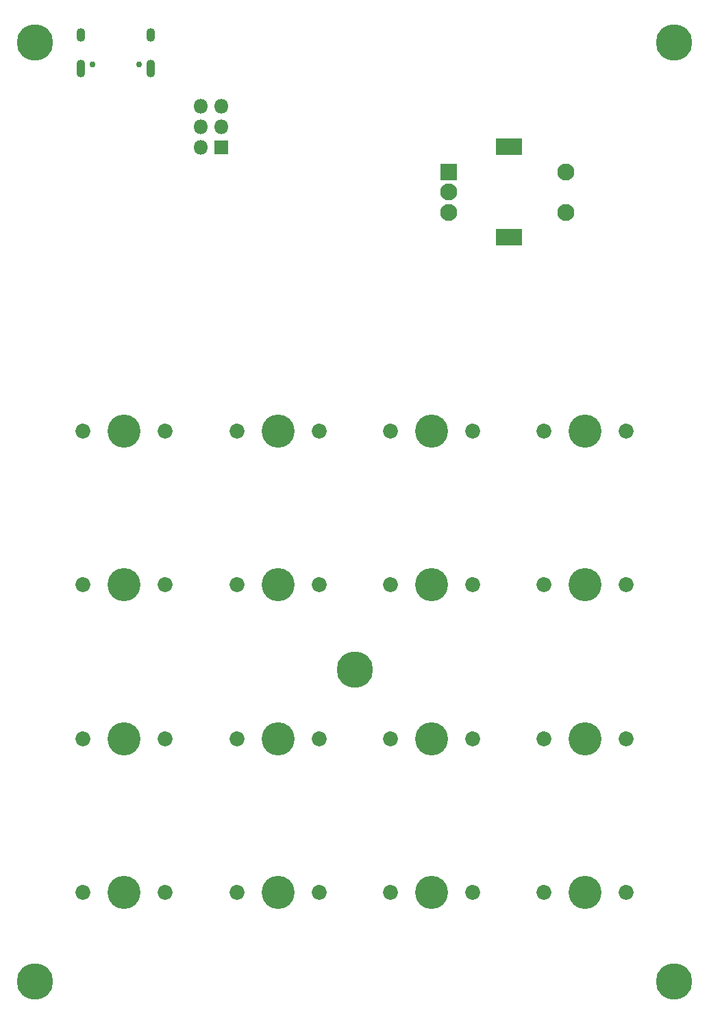
<source format=gbr>
%TF.GenerationSoftware,KiCad,Pcbnew,(5.1.6)-1*%
%TF.CreationDate,2020-07-15T15:55:53-05:00*%
%TF.ProjectId,deco-pad-v1,6465636f-2d70-4616-942d-76312e6b6963,rev?*%
%TF.SameCoordinates,Original*%
%TF.FileFunction,Soldermask,Top*%
%TF.FilePolarity,Negative*%
%FSLAX46Y46*%
G04 Gerber Fmt 4.6, Leading zero omitted, Abs format (unit mm)*
G04 Created by KiCad (PCBNEW (5.1.6)-1) date 2020-07-15 15:55:53*
%MOMM*%
%LPD*%
G01*
G04 APERTURE LIST*
%ADD10O,1.800000X1.800000*%
%ADD11R,1.800000X1.800000*%
%ADD12C,1.850000*%
%ADD13C,4.087800*%
%ADD14C,0.750000*%
%ADD15O,1.100000X2.200000*%
%ADD16O,1.100000X1.700000*%
%ADD17R,2.100000X2.100000*%
%ADD18C,2.100000*%
%ADD19R,3.300000X2.100000*%
%ADD20C,0.800000*%
%ADD21C,4.500000*%
G04 APERTURE END LIST*
D10*
%TO.C,J1*%
X67960000Y-51420000D03*
X70500000Y-51420000D03*
X67960000Y-53960000D03*
X70500000Y-53960000D03*
X67960000Y-56500000D03*
D11*
X70500000Y-56500000D03*
%TD*%
D12*
%TO.C,MX5*%
X82580000Y-91500000D03*
X72420000Y-91500000D03*
D13*
X77500000Y-91500000D03*
%TD*%
D12*
%TO.C,MX12*%
X101580000Y-148500000D03*
X91420000Y-148500000D03*
D13*
X96500000Y-148500000D03*
%TD*%
D12*
%TO.C,MX13*%
X120580000Y-91500000D03*
X110420000Y-91500000D03*
D13*
X115500000Y-91500000D03*
%TD*%
D12*
%TO.C,MX9*%
X101580000Y-91500000D03*
X91420000Y-91500000D03*
D13*
X96500000Y-91500000D03*
%TD*%
D14*
%TO.C,USB1*%
X60390000Y-46250000D03*
X54610000Y-46250000D03*
D15*
X53180000Y-46780000D03*
X61820000Y-46780000D03*
D16*
X53180000Y-42600000D03*
X61820000Y-42600000D03*
%TD*%
D17*
%TO.C,SW1*%
X98600000Y-59500000D03*
D18*
X98600000Y-62000000D03*
X98600000Y-64500000D03*
D19*
X106100000Y-56400000D03*
X106100000Y-67600000D03*
D18*
X113100000Y-59500000D03*
X113100000Y-64500000D03*
%TD*%
D12*
%TO.C,MX16*%
X120580000Y-148500000D03*
X110420000Y-148500000D03*
D13*
X115500000Y-148500000D03*
%TD*%
D12*
%TO.C,MX15*%
X120580000Y-129500000D03*
X110420000Y-129500000D03*
D13*
X115500000Y-129500000D03*
%TD*%
D12*
%TO.C,MX14*%
X120580000Y-110500000D03*
X110420000Y-110500000D03*
D13*
X115500000Y-110500000D03*
%TD*%
D12*
%TO.C,MX11*%
X101580000Y-129500000D03*
X91420000Y-129500000D03*
D13*
X96500000Y-129500000D03*
%TD*%
D12*
%TO.C,MX10*%
X101580000Y-110500000D03*
X91420000Y-110500000D03*
D13*
X96500000Y-110500000D03*
%TD*%
D12*
%TO.C,MX8*%
X82580000Y-148500000D03*
X72420000Y-148500000D03*
D13*
X77500000Y-148500000D03*
%TD*%
D12*
%TO.C,MX7*%
X82580000Y-129500000D03*
X72420000Y-129500000D03*
D13*
X77500000Y-129500000D03*
%TD*%
D12*
%TO.C,MX6*%
X82580000Y-110500000D03*
X72420000Y-110500000D03*
D13*
X77500000Y-110500000D03*
%TD*%
D12*
%TO.C,MX4*%
X63580000Y-148500000D03*
X53420000Y-148500000D03*
D13*
X58500000Y-148500000D03*
%TD*%
D12*
%TO.C,MX3*%
X63580000Y-129500000D03*
X53420000Y-129500000D03*
D13*
X58500000Y-129500000D03*
%TD*%
D12*
%TO.C,MX2*%
X63580000Y-110500000D03*
X53420000Y-110500000D03*
D13*
X58500000Y-110500000D03*
%TD*%
D12*
%TO.C,MX1*%
X63580000Y-91500000D03*
X53420000Y-91500000D03*
D13*
X58500000Y-91500000D03*
%TD*%
D20*
%TO.C,H5*%
X48666726Y-158333274D03*
X47500000Y-157850000D03*
X46333274Y-158333274D03*
X45850000Y-159500000D03*
X46333274Y-160666726D03*
X47500000Y-161150000D03*
X48666726Y-160666726D03*
X49150000Y-159500000D03*
D21*
X47500000Y-159500000D03*
%TD*%
D20*
%TO.C,H4*%
X88166726Y-119833274D03*
X87000000Y-119350000D03*
X85833274Y-119833274D03*
X85350000Y-121000000D03*
X85833274Y-122166726D03*
X87000000Y-122650000D03*
X88166726Y-122166726D03*
X88650000Y-121000000D03*
D21*
X87000000Y-121000000D03*
%TD*%
D20*
%TO.C,H3*%
X127666726Y-158333274D03*
X126500000Y-157850000D03*
X125333274Y-158333274D03*
X124850000Y-159500000D03*
X125333274Y-160666726D03*
X126500000Y-161150000D03*
X127666726Y-160666726D03*
X128150000Y-159500000D03*
D21*
X126500000Y-159500000D03*
%TD*%
D20*
%TO.C,H2*%
X127666726Y-42333274D03*
X126500000Y-41850000D03*
X125333274Y-42333274D03*
X124850000Y-43500000D03*
X125333274Y-44666726D03*
X126500000Y-45150000D03*
X127666726Y-44666726D03*
X128150000Y-43500000D03*
D21*
X126500000Y-43500000D03*
%TD*%
D20*
%TO.C,H1*%
X48666726Y-42333274D03*
X47500000Y-41850000D03*
X46333274Y-42333274D03*
X45850000Y-43500000D03*
X46333274Y-44666726D03*
X47500000Y-45150000D03*
X48666726Y-44666726D03*
X49150000Y-43500000D03*
D21*
X47500000Y-43500000D03*
%TD*%
M02*

</source>
